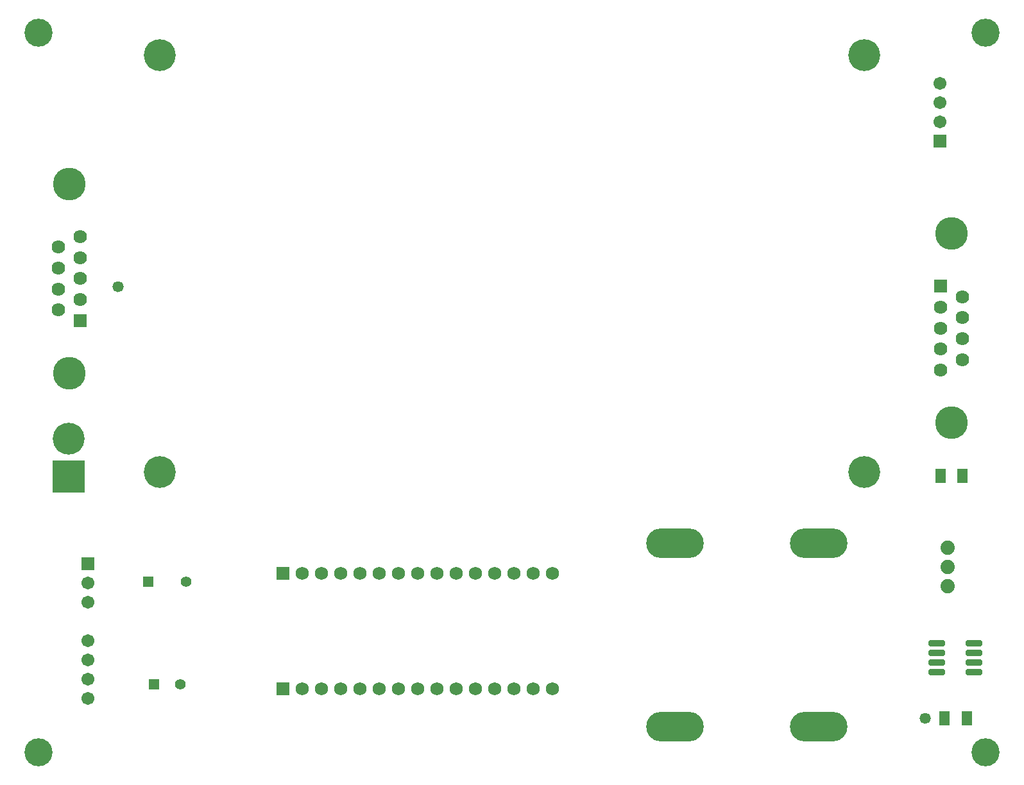
<source format=gts>
G04*
G04 #@! TF.GenerationSoftware,Altium Limited,Altium Designer,22.8.2 (66)*
G04*
G04 Layer_Color=8388736*
%FSLAX42Y42*%
%MOMM*%
G71*
G04*
G04 #@! TF.SameCoordinates,889D92F3-8E91-4399-9715-C869CBAF0A79*
G04*
G04*
G04 #@! TF.FilePolarity,Negative*
G04*
G01*
G75*
%ADD17R,1.33X1.97*%
G04:AMPARAMS|DCode=18|XSize=2.17mm|YSize=0.8mm|CornerRadius=0.18mm|HoleSize=0mm|Usage=FLASHONLY|Rotation=0.000|XOffset=0mm|YOffset=0mm|HoleType=Round|Shape=RoundedRectangle|*
%AMROUNDEDRECTD18*
21,1,2.17,0.45,0,0,0.0*
21,1,1.82,0.80,0,0,0.0*
1,1,0.35,0.91,-0.23*
1,1,0.35,-0.91,-0.23*
1,1,0.35,-0.91,0.23*
1,1,0.35,0.91,0.23*
%
%ADD18ROUNDEDRECTD18*%
%ADD19C,4.20*%
%ADD20C,1.73*%
%ADD21R,1.73X1.73*%
%ADD22C,1.88*%
%ADD23C,1.71*%
%ADD24R,1.71X1.71*%
%ADD25O,7.60X3.90*%
%ADD26C,1.40*%
%ADD27R,1.40X1.40*%
%ADD28C,3.70*%
%ADD29C,1.78*%
%ADD30R,1.78X1.78*%
%ADD31C,4.32*%
%ADD32R,4.20X4.20*%
%ADD33C,1.47*%
D17*
X12153Y3900D02*
D03*
X12447D02*
D03*
X12206Y700D02*
D03*
X12500D02*
D03*
D18*
X12103Y1691D02*
D03*
Y1564D02*
D03*
Y1436D02*
D03*
Y1310D02*
D03*
X12597D02*
D03*
Y1436D02*
D03*
Y1564D02*
D03*
Y1691D02*
D03*
D19*
X11150Y3950D02*
D03*
Y9450D02*
D03*
X1850D02*
D03*
Y3950D02*
D03*
X650Y4390D02*
D03*
D20*
X7035Y1088D02*
D03*
X6781D02*
D03*
X6526D02*
D03*
X6272D02*
D03*
X6019D02*
D03*
X5765D02*
D03*
X5510D02*
D03*
X5256D02*
D03*
X5003D02*
D03*
X4749D02*
D03*
X4494D02*
D03*
X4240D02*
D03*
X3987D02*
D03*
X3733D02*
D03*
X7035Y2612D02*
D03*
X6781D02*
D03*
X6526D02*
D03*
X6272D02*
D03*
X6019D02*
D03*
X5765D02*
D03*
X5510D02*
D03*
X5256D02*
D03*
X5003D02*
D03*
X4749D02*
D03*
X4494D02*
D03*
X4240D02*
D03*
X3987D02*
D03*
X3733D02*
D03*
D21*
X3478Y1088D02*
D03*
Y2612D02*
D03*
D22*
X12250Y2696D02*
D03*
Y2442D02*
D03*
Y2950D02*
D03*
D23*
X905Y961D02*
D03*
Y1215D02*
D03*
Y1469D02*
D03*
Y1723D02*
D03*
Y2231D02*
D03*
Y2485D02*
D03*
X12150Y9081D02*
D03*
Y8827D02*
D03*
Y8573D02*
D03*
D24*
X905Y2739D02*
D03*
X12150Y8319D02*
D03*
D25*
X8650Y3010D02*
D03*
Y590D02*
D03*
X10550Y3010D02*
D03*
Y590D02*
D03*
D26*
X2200Y2500D02*
D03*
X2125Y1150D02*
D03*
D27*
X1700Y2500D02*
D03*
X1775Y1150D02*
D03*
D28*
X250Y9750D02*
D03*
X12750D02*
D03*
Y250D02*
D03*
X250D02*
D03*
D29*
X800Y7058D02*
D03*
X516Y6919D02*
D03*
X800Y6781D02*
D03*
X516Y6643D02*
D03*
X800Y6504D02*
D03*
X516Y6365D02*
D03*
X800Y6227D02*
D03*
X516Y6088D02*
D03*
X12158Y5296D02*
D03*
X12442Y5435D02*
D03*
X12158Y5573D02*
D03*
X12442Y5712D02*
D03*
X12158Y5850D02*
D03*
X12442Y5988D02*
D03*
X12158Y6127D02*
D03*
X12442Y6265D02*
D03*
D30*
X800Y5950D02*
D03*
X12158Y6404D02*
D03*
D31*
X658Y7754D02*
D03*
Y5254D02*
D03*
X12300Y4601D02*
D03*
Y7100D02*
D03*
D32*
X650Y3890D02*
D03*
D33*
X11950Y700D02*
D03*
X1300Y6400D02*
D03*
M02*

</source>
